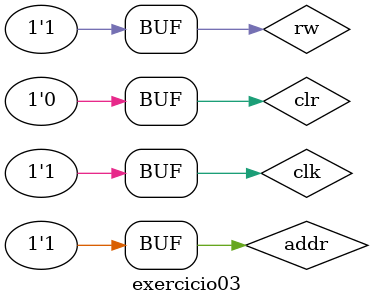
<source format=v>
`include "jkFF.v"

module exercicio01(input aaddr,input brw,input cclk, input din, output s, input eclr);
reg addr,rw,clk,in01,in02,in03,clr;
wire s1,outs;

and And01(s1,addr,rw,clk);

jkff J01(q,qnot,s1,in00,clk);
jkff J02(q,qnot,s1,in01,clk);
jkff J03(q,qnot,s1,in02,clk);
jkff J04(q,qnot,s1,in03,clk);

and And02(outs,qnot,addr);

endmodule

module exercicio02(input aaddr,input brw,input cclk, input din, output s, input eclr);
reg addr,rw,clk,in00,in01;
reg clr;
wire out01,out02;

exercicio01 EX01(addr,rw,clk,in00,out01,clr);
exercicio01 EX02(addr,rw,clk,in01,out02,clr);

endmodule

module exercicio03;

reg addr,rw,clk,in00,in01,in02,in03;
reg clr;
wire out00,out01,out02,out03;

exercicio02 EX201(addr,rw,clk,in00,out00,clr);
exercicio02 EX202(addr,rw,clk,in01,out01,clr);
exercicio02 EX203(addr,rw,clk,in02,out02,clr);
exercicio02 EX204(addr,rw,clk,in03,out03,clr);


initial begin 
$display ( "Guia 10 - Jorge Luis dos Santos Leal" );
$display ( "Exercicio03 - Memoria RAM" ); 

addr = 0; 
clk = 0; 
rw = 0;
clr = 0; 

$monitor( "%4d %4b %4b", $time, out01, out02 ); 

#1 clk = 0; addr = 0; rw = 1; 
#1 clk = 0; addr = 1; rw = 0;
#1 clk = 0; addr = 1; rw = 1;
#1 clk = 1; addr = 0; rw = 0;
#1 clk = 1; addr = 0; rw = 1;
#1 clk = 1; addr = 1; rw = 0;
#1 clk = 1; addr = 1; rw = 1;

end 

endmodule


</source>
